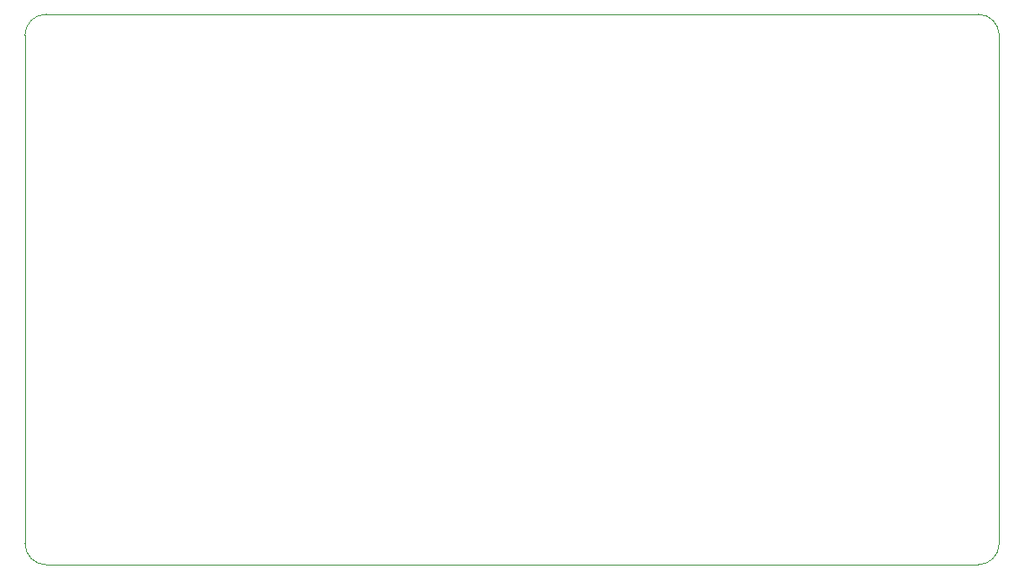
<source format=gbr>
G04 #@! TF.FileFunction,Profile,NP*
%FSLAX46Y46*%
G04 Gerber Fmt 4.6, Leading zero omitted, Abs format (unit mm)*
G04 Created by KiCad (PCBNEW 4.0.3+e1-6302~38~ubuntu15.04.1-stable) date Wed Oct  5 22:25:40 2016*
%MOMM*%
%LPD*%
G01*
G04 APERTURE LIST*
%ADD10C,0.100000*%
G04 APERTURE END LIST*
D10*
X32000000Y-30000000D02*
X120000000Y-30000000D01*
X30000000Y-80000000D02*
X30000000Y-32000000D01*
X120000000Y-82000000D02*
X32000000Y-82000000D01*
X122000000Y-32000000D02*
X122000000Y-80000000D01*
X122000000Y-32000000D02*
G75*
G03X120000000Y-30000000I-2000000J0D01*
G01*
X120000000Y-82000000D02*
G75*
G03X122000000Y-80000000I0J2000000D01*
G01*
X30000000Y-80000000D02*
G75*
G03X32000000Y-82000000I2000000J0D01*
G01*
X32000000Y-30000000D02*
G75*
G03X30000000Y-32000000I0J-2000000D01*
G01*
M02*

</source>
